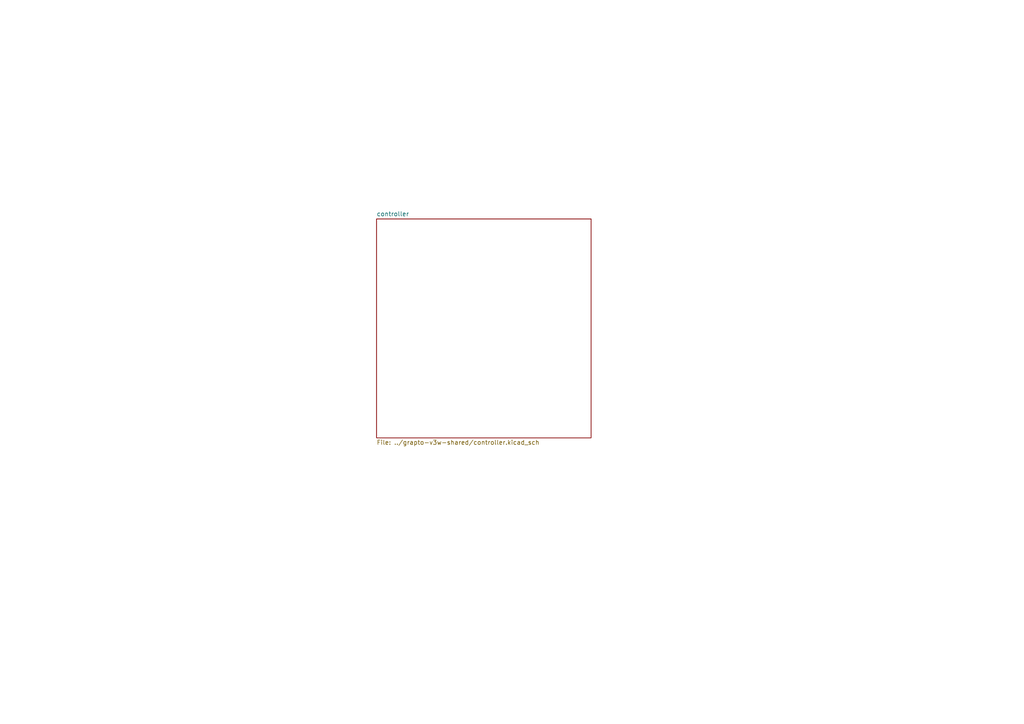
<source format=kicad_sch>
(kicad_sch (version 20230121) (generator eeschema)
  (paper "A4")
  (lib_symbols)
  (sheet (at 109.22 63.5) (size 62.23 63.5) (stroke (width 0.1524))
    (property "Sheetname" "controller" (at 109.22 62.7884 0) (effects (justify left bottom)))
    (property "Sheetfile" "../grapto-v3w-shared/controller.kicad_sch" (at 109.22 127.5846 0) (effects (justify left top)))
  )
)
</source>
